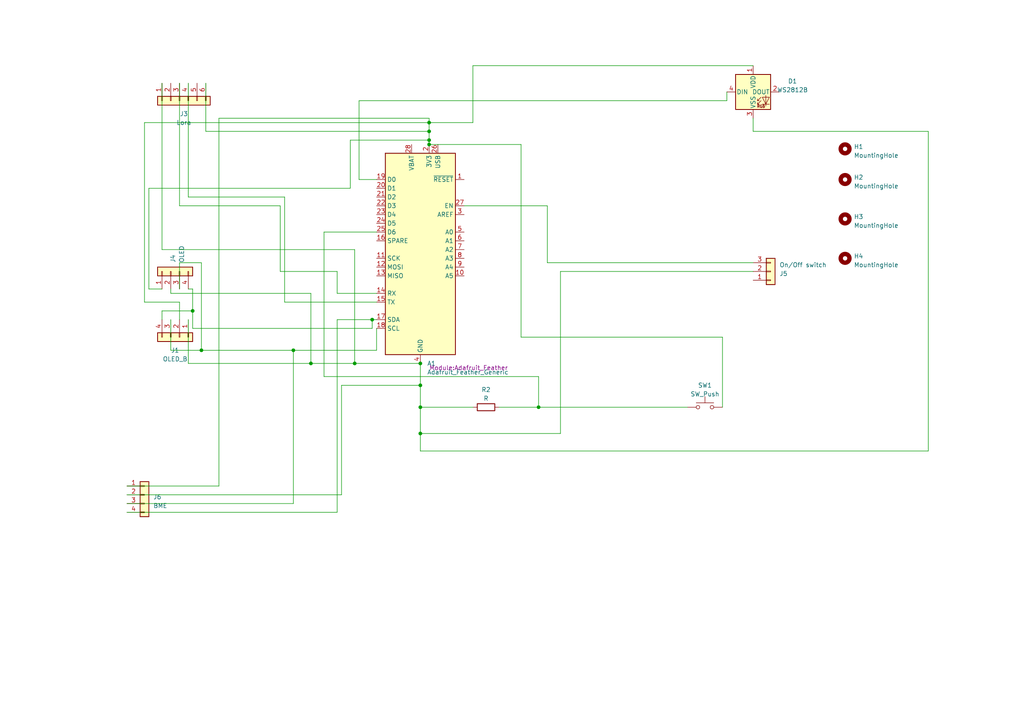
<source format=kicad_sch>
(kicad_sch (version 20230121) (generator eeschema)
  (paper "A4")
  (lib_symbols
    (symbol "Connector_Generic:Conn_01x03" (pin_names (offset 1.016) hide)
      (property "Reference" "J" (at 0 5.08 0))
      (property "Value" "Conn_01x03" (at 0 -5.08 0))
      (symbol "Conn_01x03_1_1"
        (rectangle (start -1.27 -2.413) (end 0 -2.667) (stroke (width 0.1524)))
        (rectangle (start -1.27 0.127) (end 0 -0.127) (stroke (width 0.1524)))
        (rectangle (start -1.27 2.667) (end 0 2.413) (stroke (width 0.1524)))
        (rectangle (start -1.27 3.81) (end 1.27 -3.81) (stroke (width 0.254)) (fill (type background)))
        (pin passive line (at -5.08 2.54 0) (length 3.81) (name "Pin_1") (number "1"))
        (pin passive line (at -5.08 0 0) (length 3.81) (name "Pin_2") (number "2"))
        (pin passive line (at -5.08 -2.54 0) (length 3.81) (name "Pin_3") (number "3"))
      )
    )
    (symbol "Connector_Generic:Conn_01x04" (pin_names (offset 1.016) hide)
      (property "Reference" "J" (at 0 5.08 0))
      (property "Value" "Conn_01x04" (at 0 -7.62 0))
      (symbol "Conn_01x04_1_1"
        (rectangle (start -1.27 -4.953) (end 0 -5.207) (stroke (width 0.1524)))
        (rectangle (start -1.27 -2.413) (end 0 -2.667) (stroke (width 0.1524)))
        (rectangle (start -1.27 0.127) (end 0 -0.127) (stroke (width 0.1524)))
        (rectangle (start -1.27 2.667) (end 0 2.413) (stroke (width 0.1524)))
        (rectangle (start -1.27 3.81) (end 1.27 -6.35) (stroke (width 0.254)) (fill (type background)))
        (pin passive line (at -5.08 2.54 0) (length 3.81) (name "Pin_1") (number "1"))
        (pin passive line (at -5.08 0 0) (length 3.81) (name "Pin_2") (number "2"))
        (pin passive line (at -5.08 -2.54 0) (length 3.81) (name "Pin_3") (number "3"))
        (pin passive line (at -5.08 -5.08 0) (length 3.81) (name "Pin_4") (number "4"))
      )
    )
    (symbol "Connector_Generic:Conn_01x06" (pin_names (offset 1.016) hide)
      (property "Reference" "J" (at 0 7.62 0))
      (property "Value" "Conn_01x06" (at 0 -10.16 0))
      (symbol "Conn_01x06_1_1"
        (rectangle (start -1.27 -7.493) (end 0 -7.747) (stroke (width 0.1524)))
        (rectangle (start -1.27 -4.953) (end 0 -5.207) (stroke (width 0.1524)))
        (rectangle (start -1.27 -2.413) (end 0 -2.667) (stroke (width 0.1524)))
        (rectangle (start -1.27 0.127) (end 0 -0.127) (stroke (width 0.1524)))
        (rectangle (start -1.27 2.667) (end 0 2.413) (stroke (width 0.1524)))
        (rectangle (start -1.27 5.207) (end 0 4.953) (stroke (width 0.1524)))
        (rectangle (start -1.27 6.35) (end 1.27 -8.89) (stroke (width 0.254)) (fill (type background)))
        (pin passive line (at -5.08 5.08 0) (length 3.81) (name "Pin_1") (number "1"))
        (pin passive line (at -5.08 2.54 0) (length 3.81) (name "Pin_2") (number "2"))
        (pin passive line (at -5.08 0 0) (length 3.81) (name "Pin_3") (number "3"))
        (pin passive line (at -5.08 -2.54 0) (length 3.81) (name "Pin_4") (number "4"))
        (pin passive line (at -5.08 -5.08 0) (length 3.81) (name "Pin_5") (number "5"))
        (pin passive line (at -5.08 -7.62 0) (length 3.81) (name "Pin_6") (number "6"))
      )
    )
    (symbol "Device:R" (pin_numbers hide) (pin_names (offset 0))
      (property "Reference" "R" (at 2.032 0 90))
      (property "Value" "R" (at 0 0 90))
      (symbol "R_0_1"
        (rectangle (start -1.016 -2.54) (end 1.016 2.54) (stroke (width 0.254)))
      )
      (symbol "R_1_1"
        (pin passive line (at 0 3.81 270) (length 1.27) (name "~") (number "1"))
        (pin passive line (at 0 -3.81 90) (length 1.27) (name "~") (number "2"))
      )
    )
    (symbol "LED:WS2812B" (pin_names (offset 0.254))
      (property "Reference" "D" (at 5.08 5.715 0))
      (property "Value" "WS2812B" (at 1.27 -5.715 0))
      (symbol "WS2812B_0_0"
        (text "RGB" (at 2.286 -4.191 0) (effects (font (size 0.762 0.762))))
      )
      (symbol "WS2812B_0_1"
        (polyline (pts (xy 1.27 -3.556) (xy 1.778 -3.556)))
        (polyline (pts (xy 1.27 -2.54) (xy 1.778 -2.54)))
        (polyline (pts (xy 4.699 -3.556) (xy 2.667 -3.556)))
        (polyline (pts (xy 2.286 -2.54) (xy 1.27 -3.556) (xy 1.27 -3.048)))
        (polyline (pts (xy 2.286 -1.524) (xy 1.27 -2.54) (xy 1.27 -2.032)))
        (polyline (pts (xy 3.683 -1.016) (xy 3.683 -3.556) (xy 3.683 -4.064)))
        (polyline (pts (xy 4.699 -1.524) (xy 2.667 -1.524) (xy 3.683 -3.556) (xy 4.699 -1.524)))
        (rectangle (start 5.08 5.08) (end -5.08 -5.08) (stroke (width 0.254)) (fill (type background)))
      )
      (symbol "WS2812B_1_1"
        (pin power_in line (at 0 7.62 270) (length 2.54) (name "VDD") (number "1"))
        (pin output line (at 7.62 0 180) (length 2.54) (name "DOUT") (number "2"))
        (pin power_in line (at 0 -7.62 90) (length 2.54) (name "VSS") (number "3"))
        (pin input line (at -7.62 0 0) (length 2.54) (name "DIN") (number "4"))
      )
    )
    (symbol "MCU_Module:Adafruit_Feather_Generic"
      (property "Reference" "A" (at -10.16 29.21 0))
      (property "Value" "Adafruit_Feather_Generic" (at 2.54 -31.75 0))
      (symbol "Adafruit_Feather_Generic_0_1"
        (rectangle (start -10.16 27.94) (end 10.16 -30.48) (stroke (width 0.254)) (fill (type background)))
      )
      (symbol "Adafruit_Feather_Generic_1_1"
        (pin input line (at 12.7 20.32 180) (length 2.54) (name "~{RESET}") (number "1"))
        (pin bidirectional line (at 12.7 -7.62 180) (length 2.54) (name "A5") (number "10"))
        (pin bidirectional line (at -12.7 -2.54 0) (length 2.54) (name "SCK") (number "11"))
        (pin bidirectional line (at -12.7 -5.08 0) (length 2.54) (name "MOSI") (number "12"))
        (pin bidirectional line (at -12.7 -7.62 0) (length 2.54) (name "MISO") (number "13"))
        (pin bidirectional line (at -12.7 -12.7 0) (length 2.54) (name "RX") (number "14"))
        (pin bidirectional line (at -12.7 -15.24 0) (length 2.54) (name "TX") (number "15"))
        (pin bidirectional line (at -12.7 2.54 0) (length 2.54) (name "SPARE") (number "16"))
        (pin bidirectional line (at -12.7 -20.32 0) (length 2.54) (name "SDA") (number "17"))
        (pin bidirectional line (at -12.7 -22.86 0) (length 2.54) (name "SCL") (number "18"))
        (pin bidirectional line (at -12.7 20.32 0) (length 2.54) (name "D0") (number "19"))
        (pin power_in line (at 2.54 30.48 270) (length 2.54) (name "3V3") (number "2"))
        (pin bidirectional line (at -12.7 17.78 0) (length 2.54) (name "D1") (number "20"))
        (pin bidirectional line (at -12.7 15.24 0) (length 2.54) (name "D2") (number "21"))
        (pin bidirectional line (at -12.7 12.7 0) (length 2.54) (name "D3") (number "22"))
        (pin bidirectional line (at -12.7 10.16 0) (length 2.54) (name "D4") (number "23"))
        (pin bidirectional line (at -12.7 7.62 0) (length 2.54) (name "D5") (number "24"))
        (pin bidirectional line (at -12.7 5.08 0) (length 2.54) (name "D6") (number "25"))
        (pin power_in line (at 5.08 30.48 270) (length 2.54) (name "USB") (number "26"))
        (pin input line (at 12.7 12.7 180) (length 2.54) (name "EN") (number "27"))
        (pin power_in line (at -2.54 30.48 270) (length 2.54) (name "VBAT") (number "28"))
        (pin input line (at 12.7 10.16 180) (length 2.54) (name "AREF") (number "3"))
        (pin power_in line (at 0 -33.02 90) (length 2.54) (name "GND") (number "4"))
        (pin bidirectional line (at 12.7 5.08 180) (length 2.54) (name "A0") (number "5"))
        (pin bidirectional line (at 12.7 2.54 180) (length 2.54) (name "A1") (number "6"))
        (pin bidirectional line (at 12.7 0 180) (length 2.54) (name "A2") (number "7"))
        (pin bidirectional line (at 12.7 -2.54 180) (length 2.54) (name "A3") (number "8"))
        (pin bidirectional line (at 12.7 -5.08 180) (length 2.54) (name "A4") (number "9"))
      )
    )
    (symbol "Mechanical:MountingHole" (pin_names (offset 1.016))
      (property "Reference" "H" (at 0 5.08 0))
      (property "Value" "MountingHole" (at 0 3.175 0))
      (symbol "MountingHole_0_1"
        (circle (center 0 0) (radius 1.27) (stroke (width 1.27)))
      )
    )
    (symbol "Switch:SW_Push" (pin_numbers hide) (pin_names (offset 1.016) hide)
      (property "Reference" "SW" (at 1.27 2.54 0))
      (property "Value" "SW_Push" (at 0 -1.524 0))
      (symbol "SW_Push_0_1"
        (circle (center -2.032 0) (radius 0.508))
        (polyline (pts (xy 0 1.27) (xy 0 3.048)))
        (polyline (pts (xy 2.54 1.27) (xy -2.54 1.27)))
        (circle (center 2.032 0) (radius 0.508))
        (pin passive line (at -5.08 0 0) (length 2.54) (name "1") (number "1"))
        (pin passive line (at 5.08 0 180) (length 2.54) (name "2") (number "2"))
      )
    )
  )
  (junction (at 58.42 101.6))
  (junction (at 124.46 41.91))
  (junction (at 156.21 118.11))
  (junction (at 121.92 118.11))
  (junction (at 55.88 90.17))
  (junction (at 124.46 38.1))
  (junction (at 107.95 92.71))
  (junction (at 85.09 101.6))
  (junction (at 121.92 105.41))
  (junction (at 102.87 105.41))
  (junction (at 124.46 40.64))
  (junction (at 121.92 125.73))
  (junction (at 121.92 111.76))
  (junction (at 124.46 35.56))
  (junction (at 90.17 105.41))
  (wire (pts (xy 121.92 118.11) (xy 137.16 118.11)))
  (wire (pts (xy 54.61 83.82) (xy 55.88 83.82)))
  (wire (pts (xy 218.44 76.2) (xy 158.75 76.2)))
  (wire (pts (xy 109.22 95.25) (xy 109.22 101.6)))
  (wire (pts (xy 99.06 143.51) (xy 99.06 111.76)))
  (wire (pts (xy 52.07 87.63) (xy 52.07 92.71)))
  (wire (pts (xy 93.98 109.22) (xy 156.21 109.22)))
  (wire (pts (xy 46.99 72.39) (xy 102.87 72.39)))
  (wire (pts (xy 85.09 146.05) (xy 85.09 101.6)))
  (wire (pts (xy 59.69 24.13) (xy 59.69 38.1)))
  (wire (pts (xy 209.55 118.11) (xy 209.55 97.79)))
  (wire (pts (xy 162.56 78.74) (xy 162.56 125.73)))
  (wire (pts (xy 41.91 87.63) (xy 41.91 35.56)))
  (wire (pts (xy 137.16 19.05) (xy 137.16 35.56)))
  (wire (pts (xy 121.92 105.41) (xy 121.92 111.76)))
  (wire (pts (xy 121.92 111.76) (xy 121.92 118.11)))
  (wire (pts (xy 97.79 148.59) (xy 97.79 92.71)))
  (wire (pts (xy 144.78 118.11) (xy 156.21 118.11)))
  (wire (pts (xy 107.95 95.25) (xy 107.95 92.71)))
  (wire (pts (xy 102.87 72.39) (xy 102.87 105.41)))
  (wire (pts (xy 210.82 29.21) (xy 210.82 26.67)))
  (wire (pts (xy 36.83 140.97) (xy 63.5 140.97)))
  (wire (pts (xy 218.44 19.05) (xy 137.16 19.05)))
  (wire (pts (xy 55.88 95.25) (xy 107.95 95.25)))
  (wire (pts (xy 90.17 85.09) (xy 90.17 105.41)))
  (wire (pts (xy 49.53 92.71) (xy 49.53 101.6)))
  (wire (pts (xy 109.22 67.31) (xy 93.98 67.31)))
  (wire (pts (xy 49.53 85.09) (xy 49.53 83.82)))
  (wire (pts (xy 63.5 34.29) (xy 63.5 140.97)))
  (wire (pts (xy 93.98 67.31) (xy 93.98 109.22)))
  (wire (pts (xy 104.14 29.21) (xy 210.82 29.21)))
  (wire (pts (xy 124.46 41.91) (xy 151.13 41.91)))
  (wire (pts (xy 218.44 38.1) (xy 269.24 38.1)))
  (wire (pts (xy 104.14 29.21) (xy 104.14 52.07)))
  (wire (pts (xy 81.28 59.69) (xy 81.28 78.74)))
  (wire (pts (xy 54.61 92.71) (xy 54.61 105.41)))
  (wire (pts (xy 97.79 78.74) (xy 97.79 85.09)))
  (wire (pts (xy 137.16 35.56) (xy 124.46 35.56)))
  (wire (pts (xy 63.5 34.29) (xy 124.46 34.29)))
  (wire (pts (xy 162.56 125.73) (xy 121.92 125.73)))
  (wire (pts (xy 54.61 105.41) (xy 90.17 105.41)))
  (wire (pts (xy 85.09 101.6) (xy 109.22 101.6)))
  (wire (pts (xy 124.46 34.29) (xy 124.46 35.56)))
  (wire (pts (xy 121.92 118.11) (xy 121.92 125.73)))
  (wire (pts (xy 218.44 78.74) (xy 162.56 78.74)))
  (wire (pts (xy 107.95 92.71) (xy 109.22 92.71)))
  (wire (pts (xy 46.99 24.13) (xy 46.99 72.39)))
  (wire (pts (xy 151.13 97.79) (xy 209.55 97.79)))
  (wire (pts (xy 36.83 148.59) (xy 97.79 148.59)))
  (wire (pts (xy 54.61 57.15) (xy 82.55 57.15)))
  (wire (pts (xy 218.44 34.29) (xy 218.44 38.1)))
  (wire (pts (xy 104.14 52.07) (xy 109.22 52.07)))
  (wire (pts (xy 43.18 83.82) (xy 43.18 54.61)))
  (wire (pts (xy 269.24 130.81) (xy 121.92 130.81)))
  (wire (pts (xy 46.99 83.82) (xy 43.18 83.82)))
  (wire (pts (xy 46.99 90.17) (xy 55.88 90.17)))
  (wire (pts (xy 58.42 76.2) (xy 58.42 101.6)))
  (wire (pts (xy 52.07 83.82) (xy 52.07 76.2)))
  (wire (pts (xy 55.88 83.82) (xy 55.88 90.17)))
  (wire (pts (xy 55.88 90.17) (xy 55.88 95.25)))
  (wire (pts (xy 269.24 38.1) (xy 269.24 130.81)))
  (wire (pts (xy 52.07 87.63) (xy 41.91 87.63)))
  (wire (pts (xy 52.07 24.13) (xy 52.07 59.69)))
  (wire (pts (xy 151.13 97.79) (xy 151.13 41.91)))
  (wire (pts (xy 59.69 38.1) (xy 124.46 38.1)))
  (wire (pts (xy 121.92 125.73) (xy 121.92 130.81)))
  (wire (pts (xy 49.53 101.6) (xy 58.42 101.6)))
  (wire (pts (xy 158.75 59.69) (xy 134.62 59.69)))
  (wire (pts (xy 52.07 76.2) (xy 58.42 76.2)))
  (wire (pts (xy 124.46 40.64) (xy 124.46 41.91)))
  (wire (pts (xy 43.18 54.61) (xy 101.6 54.61)))
  (wire (pts (xy 58.42 101.6) (xy 85.09 101.6)))
  (wire (pts (xy 36.83 146.05) (xy 85.09 146.05)))
  (wire (pts (xy 97.79 85.09) (xy 109.22 85.09)))
  (wire (pts (xy 54.61 24.13) (xy 54.61 57.15)))
  (wire (pts (xy 41.91 35.56) (xy 124.46 35.56)))
  (wire (pts (xy 99.06 111.76) (xy 121.92 111.76)))
  (wire (pts (xy 52.07 59.69) (xy 81.28 59.69)))
  (wire (pts (xy 90.17 105.41) (xy 102.87 105.41)))
  (wire (pts (xy 101.6 54.61) (xy 101.6 40.64)))
  (wire (pts (xy 124.46 35.56) (xy 124.46 38.1)))
  (wire (pts (xy 46.99 92.71) (xy 46.99 90.17)))
  (wire (pts (xy 124.46 38.1) (xy 124.46 40.64)))
  (wire (pts (xy 82.55 87.63) (xy 109.22 87.63)))
  (wire (pts (xy 102.87 105.41) (xy 121.92 105.41)))
  (wire (pts (xy 158.75 76.2) (xy 158.75 59.69)))
  (wire (pts (xy 49.53 85.09) (xy 90.17 85.09)))
  (wire (pts (xy 156.21 109.22) (xy 156.21 118.11)))
  (wire (pts (xy 81.28 78.74) (xy 97.79 78.74)))
  (wire (pts (xy 156.21 118.11) (xy 199.39 118.11)))
  (wire (pts (xy 36.83 143.51) (xy 99.06 143.51)))
  (wire (pts (xy 97.79 92.71) (xy 107.95 92.71)))
  (wire (pts (xy 101.6 40.64) (xy 124.46 40.64)))
  (wire (pts (xy 82.55 57.15) (xy 82.55 87.63)))
  (symbol (lib_id "Connector_Generic:Conn_01x04") (at 52.07 97.79 270) (unit 1) (in_bom no)
    (property "Reference" "J1" (at 50.8 101.6 90))
    (property "Value" "OLED_B" (at 50.8 104.14 90))
    (property "Footprint" "Connector_PinSocket_2.54mm:PinSocket_1x04_P2.54mm_Vertical" (effects hide))
  )
  (symbol (lib_id "LED:WS2812B") (at 218.44 26.67 0) (unit 1)
    (property "Reference" "D1" (at 229.87 23.5459 0))
    (property "Value" "WS2812B" (at 229.87 26.0859 0))
    (property "Footprint" "LED_SMD:LED_WS2812B_PLCC4_5.0x5.0mm_P3.2mm" (effects hide))
    (property "Datasheet" "https://cdn-shop.adafruit.com/datasheets/WS2812B.pdf" (effects hide))
  )
  (symbol (lib_id "Mechanical:MountingHole") (at 245.11 74.93 0) (unit 1)
    (property "Reference" "H4" (at 247.65 74.295 0) (effects (justify left)))
    (property "Value" "MountingHole" (at 247.65 76.835 0) (effects (justify left)))
    (property "Footprint" "MountingHole:MountingHole_3.5mm" (effects hide))
  )
  (symbol (lib_id "Mechanical:MountingHole") (at 245.11 63.5 0) (unit 1)
    (property "Reference" "H3" (at 247.65 62.865 0) (effects (justify left)))
    (property "Value" "MountingHole" (at 247.65 65.405 0) (effects (justify left)))
    (property "Footprint" "MountingHole:MountingHole_3.5mm" (effects hide))
  )
  (symbol (lib_id "Connector_Generic:Conn_01x03") (at 223.52 78.74 0) (mirror x) (unit 1)
    (property "Reference" "J5" (at 226.06 79.375 0) (effects (justify left)))
    (property "Value" "On/Off switch" (at 226.06 76.835 0) (effects (justify left)))
    (property "Footprint" "Connector_PinSocket_2.54mm:PinSocket_1x03_P2.54mm_Vertical" (effects hide))
  )
  (symbol (lib_id "Mechanical:MountingHole") (at 245.11 43.18 0) (unit 1)
    (property "Reference" "H1" (at 247.65 42.545 0) (effects (justify left)))
    (property "Value" "MountingHole" (at 247.65 45.085 0) (effects (justify left)))
    (property "Footprint" "MountingHole:MountingHole_3.5mm" (effects hide))
  )
  (symbol (lib_id "Mechanical:MountingHole") (at 245.11 52.07 0) (unit 1)
    (property "Reference" "H2" (at 247.65 51.435 0) (effects (justify left)))
    (property "Value" "MountingHole" (at 247.65 53.975 0) (effects (justify left)))
    (property "Footprint" "MountingHole:MountingHole_3.5mm" (effects hide))
  )
  (symbol (lib_id "Connector_Generic:Conn_01x06") (at 52.07 29.21 90) (mirror x) (unit 1)
    (property "Reference" "J3" (at 53.34 33.02 90))
    (property "Value" "Lora" (at 53.34 35.56 90))
    (property "Footprint" "Connector_PinSocket_2.54mm:PinSocket_1x06_P2.54mm_Vertical" (effects hide))
  )
  (symbol (lib_id "Device:R") (at 140.97 118.11 90) (unit 1)
    (property "Reference" "R2" (at 140.97 113.03 90))
    (property "Value" "R" (at 140.97 115.57 90))
    (property "Footprint" "Resistor_THT:R_Axial_DIN0204_L3.6mm_D1.6mm_P7.62mm_Horizontal" (effects hide))
  )
  (symbol (lib_id "Connector_Generic:Conn_01x04") (at 49.53 78.74 90) (unit 1)
    (property "Reference" "J4" (at 50.165 76.2 0) (effects (justify left)))
    (property "Value" "OLED" (at 52.705 76.2 0) (effects (justify left)))
    (property "Footprint" "Connector_PinSocket_2.54mm:PinSocket_1x04_P2.54mm_Vertical" (effects hide))
  )
  (symbol (lib_id "Connector_Generic:Conn_01x04") (at 41.91 143.51 0) (unit 1)
    (property "Reference" "J6" (at 44.45 144.145 0) (effects (justify left)))
    (property "Value" "BME" (at 44.45 146.685 0) (effects (justify left)))
    (property "Footprint" "Connector_PinSocket_2.54mm:PinSocket_1x04_P2.54mm_Vertical" (effects hide))
  )
  (symbol (lib_id "MCU_Module:Adafruit_Feather_Generic") (at 121.92 72.39 0) (unit 1)
    (property "Reference" "A1" (at 123.8759 105.41 0) (effects (justify left)))
    (property "Value" "Adafruit_Feather_Generic" (at 123.8759 107.95 0) (effects (justify left)))
    (property "Footprint" "Module:Adafruit_Feather" (at 124.46 106.68 0) (effects (justify left)))
    (property "Datasheet" "https://cdn-learn.adafruit.com/downloads/pdf/adafruit-feather.pdf" (effects hide))
  )
  (symbol (lib_id "Switch:SW_Push") (at 204.47 118.11 0) (unit 1)
    (property "Reference" "SW1" (at 204.47 111.76 0))
    (property "Value" "SW_Push" (at 204.47 114.3 0))
    (property "Footprint" "Button_Switch_THT:SW_PUSH_6mm" (effects hide))
  )
)
</source>
